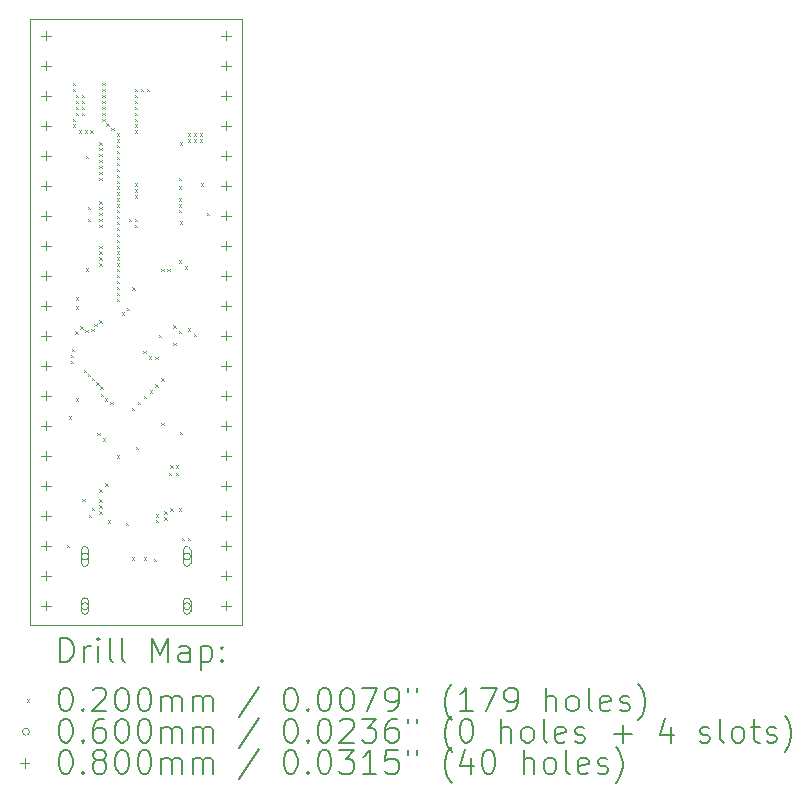
<source format=gbr>
%TF.GenerationSoftware,KiCad,Pcbnew,8.0.6*%
%TF.CreationDate,2024-11-16T14:28:41-06:00*%
%TF.ProjectId,ATesp32,41546573-7033-4322-9e6b-696361645f70,rev?*%
%TF.SameCoordinates,PX47868c0PY608f3d0*%
%TF.FileFunction,Drillmap*%
%TF.FilePolarity,Positive*%
%FSLAX45Y45*%
G04 Gerber Fmt 4.5, Leading zero omitted, Abs format (unit mm)*
G04 Created by KiCad (PCBNEW 8.0.6) date 2024-11-16 14:28:41*
%MOMM*%
%LPD*%
G01*
G04 APERTURE LIST*
%ADD10C,0.050000*%
%ADD11C,0.200000*%
%ADD12C,0.100000*%
G04 APERTURE END LIST*
D10*
X0Y5125000D02*
X1800000Y5125000D01*
X1800000Y0D01*
X0Y0D01*
X0Y5125000D01*
D11*
D12*
X312500Y674948D02*
X332500Y654948D01*
X332500Y674948D02*
X312500Y654948D01*
X330000Y1765000D02*
X350000Y1745000D01*
X350000Y1765000D02*
X330000Y1745000D01*
X346884Y2231884D02*
X366884Y2211884D01*
X366884Y2231884D02*
X346884Y2211884D01*
X350016Y2281786D02*
X370016Y2261786D01*
X370016Y2281786D02*
X350016Y2261786D01*
X358453Y2333453D02*
X378453Y2313453D01*
X378453Y2333453D02*
X358453Y2313453D01*
X365000Y4585000D02*
X385000Y4565000D01*
X385000Y4585000D02*
X365000Y4565000D01*
X365000Y4535000D02*
X385000Y4515000D01*
X385000Y4535000D02*
X365000Y4515000D01*
X365000Y4285000D02*
X385000Y4265000D01*
X385000Y4285000D02*
X365000Y4265000D01*
X365000Y4235000D02*
X385000Y4215000D01*
X385000Y4235000D02*
X365000Y4215000D01*
X385000Y2483683D02*
X405000Y2463683D01*
X405000Y2483683D02*
X385000Y2463683D01*
X390000Y4485000D02*
X410000Y4465000D01*
X410000Y4485000D02*
X390000Y4465000D01*
X390000Y4435000D02*
X410000Y4415000D01*
X410000Y4435000D02*
X390000Y4415000D01*
X390000Y4385000D02*
X410000Y4365000D01*
X410000Y4385000D02*
X390000Y4365000D01*
X390000Y4335000D02*
X410000Y4315000D01*
X410000Y4335000D02*
X390000Y4315000D01*
X390000Y2770000D02*
X410000Y2750000D01*
X410000Y2770000D02*
X390000Y2750000D01*
X390000Y2695000D02*
X410000Y2675000D01*
X410000Y2695000D02*
X390000Y2675000D01*
X390000Y1915000D02*
X410000Y1895000D01*
X410000Y1915000D02*
X390000Y1895000D01*
X415000Y4185000D02*
X435000Y4165000D01*
X435000Y4185000D02*
X415000Y4165000D01*
X427500Y2525000D02*
X447500Y2505000D01*
X447500Y2525000D02*
X427500Y2505000D01*
X440000Y4485000D02*
X460000Y4465000D01*
X460000Y4485000D02*
X440000Y4465000D01*
X440000Y4435000D02*
X460000Y4415000D01*
X460000Y4435000D02*
X440000Y4415000D01*
X440000Y4385000D02*
X460000Y4365000D01*
X460000Y4385000D02*
X440000Y4365000D01*
X440000Y4335000D02*
X460000Y4315000D01*
X460000Y4335000D02*
X440000Y4315000D01*
X445000Y1065000D02*
X465000Y1045000D01*
X465000Y1065000D02*
X445000Y1045000D01*
X457256Y2157849D02*
X477256Y2137849D01*
X477256Y2157849D02*
X457256Y2137849D01*
X465000Y4185000D02*
X485000Y4165000D01*
X485000Y4185000D02*
X465000Y4165000D01*
X470000Y2497997D02*
X490000Y2477997D01*
X490000Y2497997D02*
X470000Y2477997D01*
X477500Y3967500D02*
X497500Y3947500D01*
X497500Y3967500D02*
X477500Y3947500D01*
X477500Y3016250D02*
X497500Y2996250D01*
X497500Y3016250D02*
X477500Y2996250D01*
X490000Y3535000D02*
X510000Y3515000D01*
X510000Y3535000D02*
X490000Y3515000D01*
X490000Y3435000D02*
X510000Y3415000D01*
X510000Y3435000D02*
X490000Y3415000D01*
X492611Y2122493D02*
X512611Y2102493D01*
X512611Y2122493D02*
X492611Y2102493D01*
X500500Y928182D02*
X520500Y908182D01*
X520500Y928182D02*
X500500Y908182D01*
X515000Y4185000D02*
X535000Y4165000D01*
X535000Y4185000D02*
X515000Y4165000D01*
X521446Y2506655D02*
X541446Y2486655D01*
X541446Y2506655D02*
X521446Y2486655D01*
X525000Y990000D02*
X545000Y970000D01*
X545000Y990000D02*
X525000Y970000D01*
X527967Y2087137D02*
X547967Y2067137D01*
X547967Y2087137D02*
X527967Y2067137D01*
X547605Y2549267D02*
X567605Y2529267D01*
X567605Y2549267D02*
X547605Y2529267D01*
X564577Y2053083D02*
X584577Y2033083D01*
X584577Y2053083D02*
X564577Y2033083D01*
X572500Y1625000D02*
X592500Y1605000D01*
X592500Y1625000D02*
X572500Y1605000D01*
X590000Y4085000D02*
X610000Y4065000D01*
X610000Y4085000D02*
X590000Y4065000D01*
X590000Y4035000D02*
X610000Y4015000D01*
X610000Y4035000D02*
X590000Y4015000D01*
X590000Y3985000D02*
X610000Y3965000D01*
X610000Y3985000D02*
X590000Y3965000D01*
X590000Y3935000D02*
X610000Y3915000D01*
X610000Y3935000D02*
X590000Y3915000D01*
X590000Y3885000D02*
X610000Y3865000D01*
X610000Y3885000D02*
X590000Y3865000D01*
X590000Y3835000D02*
X610000Y3815000D01*
X610000Y3835000D02*
X590000Y3815000D01*
X590000Y3785000D02*
X610000Y3765000D01*
X610000Y3785000D02*
X590000Y3765000D01*
X590000Y3585000D02*
X610000Y3565000D01*
X610000Y3585000D02*
X590000Y3565000D01*
X590000Y3535000D02*
X610000Y3515000D01*
X610000Y3535000D02*
X590000Y3515000D01*
X590000Y3485000D02*
X610000Y3465000D01*
X610000Y3485000D02*
X590000Y3465000D01*
X590000Y3435000D02*
X610000Y3415000D01*
X610000Y3435000D02*
X590000Y3415000D01*
X590000Y3385000D02*
X610000Y3365000D01*
X610000Y3385000D02*
X590000Y3365000D01*
X590000Y3210000D02*
X610000Y3190000D01*
X610000Y3210000D02*
X590000Y3190000D01*
X590000Y3160000D02*
X610000Y3140000D01*
X610000Y3160000D02*
X590000Y3140000D01*
X590000Y3110000D02*
X610000Y3090000D01*
X610000Y3110000D02*
X590000Y3090000D01*
X590000Y3060000D02*
X610000Y3040000D01*
X610000Y3060000D02*
X590000Y3040000D01*
X590000Y1145000D02*
X610000Y1125000D01*
X610000Y1145000D02*
X590000Y1125000D01*
X590000Y1060000D02*
X610000Y1040000D01*
X610000Y1060000D02*
X590000Y1040000D01*
X590000Y1010000D02*
X610000Y990000D01*
X610000Y1010000D02*
X590000Y990000D01*
X590000Y960000D02*
X610000Y940000D01*
X610000Y960000D02*
X590000Y940000D01*
X590216Y2575425D02*
X610216Y2555425D01*
X610216Y2575425D02*
X590216Y2555425D01*
X598632Y2016473D02*
X618632Y1996473D01*
X618632Y2016473D02*
X598632Y1996473D01*
X600000Y1955000D02*
X620000Y1935000D01*
X620000Y1955000D02*
X600000Y1935000D01*
X615000Y4585000D02*
X635000Y4565000D01*
X635000Y4585000D02*
X615000Y4565000D01*
X615000Y4535000D02*
X635000Y4515000D01*
X635000Y4535000D02*
X615000Y4515000D01*
X615000Y4485000D02*
X635000Y4465000D01*
X635000Y4485000D02*
X615000Y4465000D01*
X615000Y4435000D02*
X635000Y4415000D01*
X635000Y4435000D02*
X615000Y4415000D01*
X615000Y4385000D02*
X635000Y4365000D01*
X635000Y4385000D02*
X615000Y4365000D01*
X615000Y4335000D02*
X635000Y4315000D01*
X635000Y4335000D02*
X615000Y4315000D01*
X615000Y4285000D02*
X635000Y4265000D01*
X635000Y4285000D02*
X615000Y4265000D01*
X617500Y1578183D02*
X637500Y1558183D01*
X637500Y1578183D02*
X617500Y1558183D01*
X635653Y1916991D02*
X655653Y1896991D01*
X655653Y1916991D02*
X635653Y1896991D01*
X640000Y1195000D02*
X660000Y1175000D01*
X660000Y1195000D02*
X640000Y1175000D01*
X650000Y4245000D02*
X670000Y4225000D01*
X670000Y4245000D02*
X650000Y4225000D01*
X664000Y884000D02*
X684000Y864000D01*
X684000Y884000D02*
X664000Y864000D01*
X681696Y1884051D02*
X701696Y1864051D01*
X701696Y1884051D02*
X681696Y1864051D01*
X690000Y4205000D02*
X710000Y4185000D01*
X710000Y4205000D02*
X690000Y4185000D01*
X740000Y4160000D02*
X760000Y4140000D01*
X760000Y4160000D02*
X740000Y4140000D01*
X740000Y4110000D02*
X760000Y4090000D01*
X760000Y4110000D02*
X740000Y4090000D01*
X740000Y4060000D02*
X760000Y4040000D01*
X760000Y4060000D02*
X740000Y4040000D01*
X740000Y4010000D02*
X760000Y3990000D01*
X760000Y4010000D02*
X740000Y3990000D01*
X740000Y3960000D02*
X760000Y3940000D01*
X760000Y3960000D02*
X740000Y3940000D01*
X740000Y3910000D02*
X760000Y3890000D01*
X760000Y3910000D02*
X740000Y3890000D01*
X740000Y3860000D02*
X760000Y3840000D01*
X760000Y3860000D02*
X740000Y3840000D01*
X740000Y3810000D02*
X760000Y3790000D01*
X760000Y3810000D02*
X740000Y3790000D01*
X740000Y3760000D02*
X760000Y3740000D01*
X760000Y3760000D02*
X740000Y3740000D01*
X740000Y3710000D02*
X760000Y3690000D01*
X760000Y3710000D02*
X740000Y3690000D01*
X740000Y3660000D02*
X760000Y3640000D01*
X760000Y3660000D02*
X740000Y3640000D01*
X740000Y3610000D02*
X760000Y3590000D01*
X760000Y3610000D02*
X740000Y3590000D01*
X740000Y3560000D02*
X760000Y3540000D01*
X760000Y3560000D02*
X740000Y3540000D01*
X740000Y3510000D02*
X760000Y3490000D01*
X760000Y3510000D02*
X740000Y3490000D01*
X740000Y3460000D02*
X760000Y3440000D01*
X760000Y3460000D02*
X740000Y3440000D01*
X740000Y3410000D02*
X760000Y3390000D01*
X760000Y3410000D02*
X740000Y3390000D01*
X740000Y3360000D02*
X760000Y3340000D01*
X760000Y3360000D02*
X740000Y3340000D01*
X740000Y3310000D02*
X760000Y3290000D01*
X760000Y3310000D02*
X740000Y3290000D01*
X740000Y3260000D02*
X760000Y3240000D01*
X760000Y3260000D02*
X740000Y3240000D01*
X740000Y3210000D02*
X760000Y3190000D01*
X760000Y3210000D02*
X740000Y3190000D01*
X740000Y3160000D02*
X760000Y3140000D01*
X760000Y3160000D02*
X740000Y3140000D01*
X740000Y3110000D02*
X760000Y3090000D01*
X760000Y3110000D02*
X740000Y3090000D01*
X740000Y3060000D02*
X760000Y3040000D01*
X760000Y3060000D02*
X740000Y3040000D01*
X740000Y3010000D02*
X760000Y2990000D01*
X760000Y3010000D02*
X740000Y2990000D01*
X740000Y2960000D02*
X760000Y2940000D01*
X760000Y2960000D02*
X740000Y2940000D01*
X740000Y2910000D02*
X760000Y2890000D01*
X760000Y2910000D02*
X740000Y2890000D01*
X740000Y2860000D02*
X760000Y2840000D01*
X760000Y2860000D02*
X740000Y2840000D01*
X740000Y2810000D02*
X760000Y2790000D01*
X760000Y2810000D02*
X740000Y2790000D01*
X740000Y2760000D02*
X760000Y2740000D01*
X760000Y2760000D02*
X740000Y2740000D01*
X740000Y1435000D02*
X760000Y1415000D01*
X760000Y1435000D02*
X740000Y1415000D01*
X780000Y2645000D02*
X800000Y2625000D01*
X800000Y2645000D02*
X780000Y2625000D01*
X815970Y860819D02*
X835970Y840819D01*
X835970Y860819D02*
X815970Y840819D01*
X820000Y2685000D02*
X840000Y2665000D01*
X840000Y2685000D02*
X820000Y2665000D01*
X840000Y3435000D02*
X860000Y3415000D01*
X860000Y3435000D02*
X840000Y3415000D01*
X865000Y1835000D02*
X885000Y1815000D01*
X885000Y1835000D02*
X865000Y1815000D01*
X865000Y570000D02*
X885000Y550000D01*
X885000Y570000D02*
X865000Y550000D01*
X869896Y2855104D02*
X889896Y2835104D01*
X889896Y2855104D02*
X869896Y2835104D01*
X890000Y4535000D02*
X910000Y4515000D01*
X910000Y4535000D02*
X890000Y4515000D01*
X890000Y4485000D02*
X910000Y4465000D01*
X910000Y4485000D02*
X890000Y4465000D01*
X890000Y4435000D02*
X910000Y4415000D01*
X910000Y4435000D02*
X890000Y4415000D01*
X890000Y4385000D02*
X910000Y4365000D01*
X910000Y4385000D02*
X890000Y4365000D01*
X890000Y4335000D02*
X910000Y4315000D01*
X910000Y4335000D02*
X890000Y4315000D01*
X890000Y4285000D02*
X910000Y4265000D01*
X910000Y4285000D02*
X890000Y4265000D01*
X890000Y4235000D02*
X910000Y4215000D01*
X910000Y4235000D02*
X890000Y4215000D01*
X890000Y4185000D02*
X910000Y4165000D01*
X910000Y4185000D02*
X890000Y4165000D01*
X890000Y3735000D02*
X910000Y3715000D01*
X910000Y3735000D02*
X890000Y3715000D01*
X890000Y3685000D02*
X910000Y3665000D01*
X910000Y3685000D02*
X890000Y3665000D01*
X890000Y3635000D02*
X910000Y3615000D01*
X910000Y3635000D02*
X890000Y3615000D01*
X890000Y3435000D02*
X910000Y3415000D01*
X910000Y3435000D02*
X890000Y3415000D01*
X890000Y3385000D02*
X910000Y3365000D01*
X910000Y3385000D02*
X890000Y3365000D01*
X900000Y1505000D02*
X920000Y1485000D01*
X920000Y1505000D02*
X900000Y1485000D01*
X915000Y1885000D02*
X935000Y1865000D01*
X935000Y1885000D02*
X915000Y1865000D01*
X940000Y4535000D02*
X960000Y4515000D01*
X960000Y4535000D02*
X940000Y4515000D01*
X962996Y2320733D02*
X982996Y2300733D01*
X982996Y2320733D02*
X962996Y2300733D01*
X965000Y1935000D02*
X985000Y1915000D01*
X985000Y1935000D02*
X965000Y1915000D01*
X965000Y570000D02*
X985000Y550000D01*
X985000Y570000D02*
X965000Y550000D01*
X990000Y4535000D02*
X1010000Y4515000D01*
X1010000Y4535000D02*
X990000Y4515000D01*
X1009778Y2272577D02*
X1029778Y2252577D01*
X1029778Y2272577D02*
X1009778Y2252577D01*
X1015000Y1985000D02*
X1035000Y1965000D01*
X1035000Y1985000D02*
X1015000Y1965000D01*
X1051864Y557670D02*
X1071864Y537670D01*
X1071864Y557670D02*
X1051864Y537670D01*
X1065000Y2270000D02*
X1085000Y2250000D01*
X1085000Y2270000D02*
X1065000Y2250000D01*
X1065000Y2035000D02*
X1085000Y2015000D01*
X1085000Y2035000D02*
X1065000Y2015000D01*
X1070000Y935000D02*
X1090000Y915000D01*
X1090000Y935000D02*
X1070000Y915000D01*
X1070000Y885000D02*
X1090000Y865000D01*
X1090000Y885000D02*
X1070000Y865000D01*
X1093632Y2451369D02*
X1113632Y2431369D01*
X1113632Y2451369D02*
X1093632Y2431369D01*
X1115000Y3010000D02*
X1135000Y2990000D01*
X1135000Y3010000D02*
X1115000Y2990000D01*
X1115000Y2085000D02*
X1135000Y2065000D01*
X1135000Y2085000D02*
X1115000Y2065000D01*
X1115000Y1710000D02*
X1135000Y1690000D01*
X1135000Y1710000D02*
X1115000Y1690000D01*
X1140000Y960000D02*
X1160000Y940000D01*
X1160000Y960000D02*
X1140000Y940000D01*
X1140000Y910000D02*
X1160000Y890000D01*
X1160000Y910000D02*
X1140000Y890000D01*
X1165000Y3010000D02*
X1185000Y2990000D01*
X1185000Y3010000D02*
X1165000Y2990000D01*
X1180000Y1285000D02*
X1200000Y1265000D01*
X1200000Y1285000D02*
X1180000Y1265000D01*
X1190000Y1350000D02*
X1210000Y1330000D01*
X1210000Y1350000D02*
X1190000Y1330000D01*
X1190000Y985000D02*
X1210000Y965000D01*
X1210000Y985000D02*
X1190000Y965000D01*
X1215000Y2535000D02*
X1235000Y2515000D01*
X1235000Y2535000D02*
X1215000Y2515000D01*
X1217552Y2387552D02*
X1237552Y2367552D01*
X1237552Y2387552D02*
X1217552Y2367552D01*
X1240000Y1350000D02*
X1260000Y1330000D01*
X1260000Y1350000D02*
X1240000Y1330000D01*
X1240000Y1285000D02*
X1260000Y1265000D01*
X1260000Y1285000D02*
X1240000Y1265000D01*
X1265000Y3785000D02*
X1285000Y3765000D01*
X1285000Y3785000D02*
X1265000Y3765000D01*
X1265000Y3710000D02*
X1285000Y3690000D01*
X1285000Y3710000D02*
X1265000Y3690000D01*
X1265000Y3610000D02*
X1285000Y3590000D01*
X1285000Y3610000D02*
X1265000Y3590000D01*
X1265000Y3560000D02*
X1285000Y3540000D01*
X1285000Y3560000D02*
X1265000Y3540000D01*
X1265000Y3510000D02*
X1285000Y3490000D01*
X1285000Y3510000D02*
X1265000Y3490000D01*
X1265000Y3085000D02*
X1285000Y3065000D01*
X1285000Y3085000D02*
X1265000Y3065000D01*
X1265000Y2485000D02*
X1285000Y2465000D01*
X1285000Y2485000D02*
X1265000Y2465000D01*
X1265000Y985000D02*
X1285000Y965000D01*
X1285000Y985000D02*
X1265000Y965000D01*
X1270000Y4085000D02*
X1290000Y4065000D01*
X1290000Y4085000D02*
X1270000Y4065000D01*
X1270000Y3415000D02*
X1290000Y3395000D01*
X1290000Y3415000D02*
X1270000Y3395000D01*
X1270000Y1635000D02*
X1290000Y1615000D01*
X1290000Y1635000D02*
X1270000Y1615000D01*
X1290000Y735000D02*
X1310000Y715000D01*
X1310000Y735000D02*
X1290000Y715000D01*
X1315000Y3035000D02*
X1335000Y3015000D01*
X1335000Y3035000D02*
X1315000Y3015000D01*
X1340000Y4160000D02*
X1360000Y4140000D01*
X1360000Y4160000D02*
X1340000Y4140000D01*
X1340000Y4110000D02*
X1360000Y4090000D01*
X1360000Y4110000D02*
X1340000Y4090000D01*
X1340000Y2510000D02*
X1360000Y2490000D01*
X1360000Y2510000D02*
X1340000Y2490000D01*
X1340000Y735000D02*
X1360000Y715000D01*
X1360000Y735000D02*
X1340000Y715000D01*
X1390000Y4160000D02*
X1410000Y4140000D01*
X1410000Y4160000D02*
X1390000Y4140000D01*
X1390000Y4110000D02*
X1410000Y4090000D01*
X1410000Y4110000D02*
X1390000Y4090000D01*
X1390000Y2460000D02*
X1410000Y2440000D01*
X1410000Y2460000D02*
X1390000Y2440000D01*
X1440000Y4160000D02*
X1460000Y4140000D01*
X1460000Y4160000D02*
X1440000Y4140000D01*
X1440000Y4110000D02*
X1460000Y4090000D01*
X1460000Y4110000D02*
X1440000Y4090000D01*
X1450000Y3735000D02*
X1470000Y3715000D01*
X1470000Y3735000D02*
X1450000Y3715000D01*
X1500000Y3485000D02*
X1520000Y3465000D01*
X1520000Y3485000D02*
X1500000Y3465000D01*
X498000Y577000D02*
G75*
G02*
X438000Y577000I-30000J0D01*
G01*
X438000Y577000D02*
G75*
G02*
X498000Y577000I30000J0D01*
G01*
X438000Y632000D02*
X438000Y522000D01*
X498000Y522000D02*
G75*
G02*
X438000Y522000I-30000J0D01*
G01*
X498000Y522000D02*
X498000Y632000D01*
X498000Y632000D02*
G75*
G03*
X438000Y632000I-30000J0D01*
G01*
X498000Y157000D02*
G75*
G02*
X438000Y157000I-30000J0D01*
G01*
X438000Y157000D02*
G75*
G02*
X498000Y157000I30000J0D01*
G01*
X438000Y197000D02*
X438000Y117000D01*
X498000Y117000D02*
G75*
G02*
X438000Y117000I-30000J0D01*
G01*
X498000Y117000D02*
X498000Y197000D01*
X498000Y197000D02*
G75*
G03*
X438000Y197000I-30000J0D01*
G01*
X1362000Y577000D02*
G75*
G02*
X1302000Y577000I-30000J0D01*
G01*
X1302000Y577000D02*
G75*
G02*
X1362000Y577000I30000J0D01*
G01*
X1302000Y632000D02*
X1302000Y522000D01*
X1362000Y522000D02*
G75*
G02*
X1302000Y522000I-30000J0D01*
G01*
X1362000Y522000D02*
X1362000Y632000D01*
X1362000Y632000D02*
G75*
G03*
X1302000Y632000I-30000J0D01*
G01*
X1362000Y157000D02*
G75*
G02*
X1302000Y157000I-30000J0D01*
G01*
X1302000Y157000D02*
G75*
G02*
X1362000Y157000I30000J0D01*
G01*
X1302000Y197000D02*
X1302000Y117000D01*
X1362000Y117000D02*
G75*
G02*
X1302000Y117000I-30000J0D01*
G01*
X1362000Y117000D02*
X1362000Y197000D01*
X1362000Y197000D02*
G75*
G03*
X1302000Y197000I-30000J0D01*
G01*
X138000Y5028000D02*
X138000Y4948000D01*
X98000Y4988000D02*
X178000Y4988000D01*
X138000Y4774000D02*
X138000Y4694000D01*
X98000Y4734000D02*
X178000Y4734000D01*
X138000Y4520000D02*
X138000Y4440000D01*
X98000Y4480000D02*
X178000Y4480000D01*
X138000Y4266000D02*
X138000Y4186000D01*
X98000Y4226000D02*
X178000Y4226000D01*
X138000Y4012000D02*
X138000Y3932000D01*
X98000Y3972000D02*
X178000Y3972000D01*
X138000Y3758000D02*
X138000Y3678000D01*
X98000Y3718000D02*
X178000Y3718000D01*
X138000Y3504000D02*
X138000Y3424000D01*
X98000Y3464000D02*
X178000Y3464000D01*
X138000Y3250000D02*
X138000Y3170000D01*
X98000Y3210000D02*
X178000Y3210000D01*
X138000Y2996000D02*
X138000Y2916000D01*
X98000Y2956000D02*
X178000Y2956000D01*
X138000Y2742000D02*
X138000Y2662000D01*
X98000Y2702000D02*
X178000Y2702000D01*
X138000Y2488000D02*
X138000Y2408000D01*
X98000Y2448000D02*
X178000Y2448000D01*
X138000Y2234000D02*
X138000Y2154000D01*
X98000Y2194000D02*
X178000Y2194000D01*
X138000Y1980000D02*
X138000Y1900000D01*
X98000Y1940000D02*
X178000Y1940000D01*
X138000Y1726000D02*
X138000Y1646000D01*
X98000Y1686000D02*
X178000Y1686000D01*
X138000Y1472000D02*
X138000Y1392000D01*
X98000Y1432000D02*
X178000Y1432000D01*
X138000Y1218000D02*
X138000Y1138000D01*
X98000Y1178000D02*
X178000Y1178000D01*
X138000Y964000D02*
X138000Y884000D01*
X98000Y924000D02*
X178000Y924000D01*
X138000Y710000D02*
X138000Y630000D01*
X98000Y670000D02*
X178000Y670000D01*
X138000Y456000D02*
X138000Y376000D01*
X98000Y416000D02*
X178000Y416000D01*
X138000Y202000D02*
X138000Y122000D01*
X98000Y162000D02*
X178000Y162000D01*
X1662000Y5028000D02*
X1662000Y4948000D01*
X1622000Y4988000D02*
X1702000Y4988000D01*
X1662000Y4774000D02*
X1662000Y4694000D01*
X1622000Y4734000D02*
X1702000Y4734000D01*
X1662000Y4520000D02*
X1662000Y4440000D01*
X1622000Y4480000D02*
X1702000Y4480000D01*
X1662000Y4266000D02*
X1662000Y4186000D01*
X1622000Y4226000D02*
X1702000Y4226000D01*
X1662000Y4012000D02*
X1662000Y3932000D01*
X1622000Y3972000D02*
X1702000Y3972000D01*
X1662000Y3758000D02*
X1662000Y3678000D01*
X1622000Y3718000D02*
X1702000Y3718000D01*
X1662000Y3504000D02*
X1662000Y3424000D01*
X1622000Y3464000D02*
X1702000Y3464000D01*
X1662000Y3250000D02*
X1662000Y3170000D01*
X1622000Y3210000D02*
X1702000Y3210000D01*
X1662000Y2996000D02*
X1662000Y2916000D01*
X1622000Y2956000D02*
X1702000Y2956000D01*
X1662000Y2742000D02*
X1662000Y2662000D01*
X1622000Y2702000D02*
X1702000Y2702000D01*
X1662000Y2488000D02*
X1662000Y2408000D01*
X1622000Y2448000D02*
X1702000Y2448000D01*
X1662000Y2234000D02*
X1662000Y2154000D01*
X1622000Y2194000D02*
X1702000Y2194000D01*
X1662000Y1980000D02*
X1662000Y1900000D01*
X1622000Y1940000D02*
X1702000Y1940000D01*
X1662000Y1726000D02*
X1662000Y1646000D01*
X1622000Y1686000D02*
X1702000Y1686000D01*
X1662000Y1472000D02*
X1662000Y1392000D01*
X1622000Y1432000D02*
X1702000Y1432000D01*
X1662000Y1218000D02*
X1662000Y1138000D01*
X1622000Y1178000D02*
X1702000Y1178000D01*
X1662000Y964000D02*
X1662000Y884000D01*
X1622000Y924000D02*
X1702000Y924000D01*
X1662000Y710000D02*
X1662000Y630000D01*
X1622000Y670000D02*
X1702000Y670000D01*
X1662000Y456000D02*
X1662000Y376000D01*
X1622000Y416000D02*
X1702000Y416000D01*
X1662000Y202000D02*
X1662000Y122000D01*
X1622000Y162000D02*
X1702000Y162000D01*
D11*
X258277Y-313984D02*
X258277Y-113984D01*
X258277Y-113984D02*
X305896Y-113984D01*
X305896Y-113984D02*
X334467Y-123508D01*
X334467Y-123508D02*
X353515Y-142555D01*
X353515Y-142555D02*
X363039Y-161603D01*
X363039Y-161603D02*
X372562Y-199698D01*
X372562Y-199698D02*
X372562Y-228269D01*
X372562Y-228269D02*
X363039Y-266365D01*
X363039Y-266365D02*
X353515Y-285412D01*
X353515Y-285412D02*
X334467Y-304460D01*
X334467Y-304460D02*
X305896Y-313984D01*
X305896Y-313984D02*
X258277Y-313984D01*
X458277Y-313984D02*
X458277Y-180650D01*
X458277Y-218746D02*
X467801Y-199698D01*
X467801Y-199698D02*
X477324Y-190174D01*
X477324Y-190174D02*
X496372Y-180650D01*
X496372Y-180650D02*
X515420Y-180650D01*
X582086Y-313984D02*
X582086Y-180650D01*
X582086Y-113984D02*
X572563Y-123508D01*
X572563Y-123508D02*
X582086Y-133031D01*
X582086Y-133031D02*
X591610Y-123508D01*
X591610Y-123508D02*
X582086Y-113984D01*
X582086Y-113984D02*
X582086Y-133031D01*
X705896Y-313984D02*
X686848Y-304460D01*
X686848Y-304460D02*
X677324Y-285412D01*
X677324Y-285412D02*
X677324Y-113984D01*
X810658Y-313984D02*
X791610Y-304460D01*
X791610Y-304460D02*
X782086Y-285412D01*
X782086Y-285412D02*
X782086Y-113984D01*
X1039229Y-313984D02*
X1039229Y-113984D01*
X1039229Y-113984D02*
X1105896Y-256841D01*
X1105896Y-256841D02*
X1172563Y-113984D01*
X1172563Y-113984D02*
X1172563Y-313984D01*
X1353515Y-313984D02*
X1353515Y-209222D01*
X1353515Y-209222D02*
X1343991Y-190174D01*
X1343991Y-190174D02*
X1324944Y-180650D01*
X1324944Y-180650D02*
X1286848Y-180650D01*
X1286848Y-180650D02*
X1267801Y-190174D01*
X1353515Y-304460D02*
X1334467Y-313984D01*
X1334467Y-313984D02*
X1286848Y-313984D01*
X1286848Y-313984D02*
X1267801Y-304460D01*
X1267801Y-304460D02*
X1258277Y-285412D01*
X1258277Y-285412D02*
X1258277Y-266365D01*
X1258277Y-266365D02*
X1267801Y-247317D01*
X1267801Y-247317D02*
X1286848Y-237793D01*
X1286848Y-237793D02*
X1334467Y-237793D01*
X1334467Y-237793D02*
X1353515Y-228269D01*
X1448753Y-180650D02*
X1448753Y-380650D01*
X1448753Y-190174D02*
X1467801Y-180650D01*
X1467801Y-180650D02*
X1505896Y-180650D01*
X1505896Y-180650D02*
X1524943Y-190174D01*
X1524943Y-190174D02*
X1534467Y-199698D01*
X1534467Y-199698D02*
X1543991Y-218746D01*
X1543991Y-218746D02*
X1543991Y-275889D01*
X1543991Y-275889D02*
X1534467Y-294936D01*
X1534467Y-294936D02*
X1524943Y-304460D01*
X1524943Y-304460D02*
X1505896Y-313984D01*
X1505896Y-313984D02*
X1467801Y-313984D01*
X1467801Y-313984D02*
X1448753Y-304460D01*
X1629705Y-294936D02*
X1639229Y-304460D01*
X1639229Y-304460D02*
X1629705Y-313984D01*
X1629705Y-313984D02*
X1620182Y-304460D01*
X1620182Y-304460D02*
X1629705Y-294936D01*
X1629705Y-294936D02*
X1629705Y-313984D01*
X1629705Y-190174D02*
X1639229Y-199698D01*
X1639229Y-199698D02*
X1629705Y-209222D01*
X1629705Y-209222D02*
X1620182Y-199698D01*
X1620182Y-199698D02*
X1629705Y-190174D01*
X1629705Y-190174D02*
X1629705Y-209222D01*
D12*
X-22500Y-632500D02*
X-2500Y-652500D01*
X-2500Y-632500D02*
X-22500Y-652500D01*
D11*
X296372Y-533984D02*
X315420Y-533984D01*
X315420Y-533984D02*
X334467Y-543508D01*
X334467Y-543508D02*
X343991Y-553031D01*
X343991Y-553031D02*
X353515Y-572079D01*
X353515Y-572079D02*
X363039Y-610174D01*
X363039Y-610174D02*
X363039Y-657793D01*
X363039Y-657793D02*
X353515Y-695889D01*
X353515Y-695889D02*
X343991Y-714936D01*
X343991Y-714936D02*
X334467Y-724460D01*
X334467Y-724460D02*
X315420Y-733984D01*
X315420Y-733984D02*
X296372Y-733984D01*
X296372Y-733984D02*
X277324Y-724460D01*
X277324Y-724460D02*
X267801Y-714936D01*
X267801Y-714936D02*
X258277Y-695889D01*
X258277Y-695889D02*
X248753Y-657793D01*
X248753Y-657793D02*
X248753Y-610174D01*
X248753Y-610174D02*
X258277Y-572079D01*
X258277Y-572079D02*
X267801Y-553031D01*
X267801Y-553031D02*
X277324Y-543508D01*
X277324Y-543508D02*
X296372Y-533984D01*
X448753Y-714936D02*
X458277Y-724460D01*
X458277Y-724460D02*
X448753Y-733984D01*
X448753Y-733984D02*
X439229Y-724460D01*
X439229Y-724460D02*
X448753Y-714936D01*
X448753Y-714936D02*
X448753Y-733984D01*
X534467Y-553031D02*
X543991Y-543508D01*
X543991Y-543508D02*
X563039Y-533984D01*
X563039Y-533984D02*
X610658Y-533984D01*
X610658Y-533984D02*
X629705Y-543508D01*
X629705Y-543508D02*
X639229Y-553031D01*
X639229Y-553031D02*
X648753Y-572079D01*
X648753Y-572079D02*
X648753Y-591127D01*
X648753Y-591127D02*
X639229Y-619698D01*
X639229Y-619698D02*
X524944Y-733984D01*
X524944Y-733984D02*
X648753Y-733984D01*
X772562Y-533984D02*
X791610Y-533984D01*
X791610Y-533984D02*
X810658Y-543508D01*
X810658Y-543508D02*
X820182Y-553031D01*
X820182Y-553031D02*
X829705Y-572079D01*
X829705Y-572079D02*
X839229Y-610174D01*
X839229Y-610174D02*
X839229Y-657793D01*
X839229Y-657793D02*
X829705Y-695889D01*
X829705Y-695889D02*
X820182Y-714936D01*
X820182Y-714936D02*
X810658Y-724460D01*
X810658Y-724460D02*
X791610Y-733984D01*
X791610Y-733984D02*
X772562Y-733984D01*
X772562Y-733984D02*
X753515Y-724460D01*
X753515Y-724460D02*
X743991Y-714936D01*
X743991Y-714936D02*
X734467Y-695889D01*
X734467Y-695889D02*
X724943Y-657793D01*
X724943Y-657793D02*
X724943Y-610174D01*
X724943Y-610174D02*
X734467Y-572079D01*
X734467Y-572079D02*
X743991Y-553031D01*
X743991Y-553031D02*
X753515Y-543508D01*
X753515Y-543508D02*
X772562Y-533984D01*
X963039Y-533984D02*
X982086Y-533984D01*
X982086Y-533984D02*
X1001134Y-543508D01*
X1001134Y-543508D02*
X1010658Y-553031D01*
X1010658Y-553031D02*
X1020182Y-572079D01*
X1020182Y-572079D02*
X1029705Y-610174D01*
X1029705Y-610174D02*
X1029705Y-657793D01*
X1029705Y-657793D02*
X1020182Y-695889D01*
X1020182Y-695889D02*
X1010658Y-714936D01*
X1010658Y-714936D02*
X1001134Y-724460D01*
X1001134Y-724460D02*
X982086Y-733984D01*
X982086Y-733984D02*
X963039Y-733984D01*
X963039Y-733984D02*
X943991Y-724460D01*
X943991Y-724460D02*
X934467Y-714936D01*
X934467Y-714936D02*
X924943Y-695889D01*
X924943Y-695889D02*
X915420Y-657793D01*
X915420Y-657793D02*
X915420Y-610174D01*
X915420Y-610174D02*
X924943Y-572079D01*
X924943Y-572079D02*
X934467Y-553031D01*
X934467Y-553031D02*
X943991Y-543508D01*
X943991Y-543508D02*
X963039Y-533984D01*
X1115420Y-733984D02*
X1115420Y-600650D01*
X1115420Y-619698D02*
X1124944Y-610174D01*
X1124944Y-610174D02*
X1143991Y-600650D01*
X1143991Y-600650D02*
X1172563Y-600650D01*
X1172563Y-600650D02*
X1191610Y-610174D01*
X1191610Y-610174D02*
X1201134Y-629222D01*
X1201134Y-629222D02*
X1201134Y-733984D01*
X1201134Y-629222D02*
X1210658Y-610174D01*
X1210658Y-610174D02*
X1229705Y-600650D01*
X1229705Y-600650D02*
X1258277Y-600650D01*
X1258277Y-600650D02*
X1277325Y-610174D01*
X1277325Y-610174D02*
X1286848Y-629222D01*
X1286848Y-629222D02*
X1286848Y-733984D01*
X1382086Y-733984D02*
X1382086Y-600650D01*
X1382086Y-619698D02*
X1391610Y-610174D01*
X1391610Y-610174D02*
X1410658Y-600650D01*
X1410658Y-600650D02*
X1439229Y-600650D01*
X1439229Y-600650D02*
X1458277Y-610174D01*
X1458277Y-610174D02*
X1467801Y-629222D01*
X1467801Y-629222D02*
X1467801Y-733984D01*
X1467801Y-629222D02*
X1477324Y-610174D01*
X1477324Y-610174D02*
X1496372Y-600650D01*
X1496372Y-600650D02*
X1524943Y-600650D01*
X1524943Y-600650D02*
X1543991Y-610174D01*
X1543991Y-610174D02*
X1553515Y-629222D01*
X1553515Y-629222D02*
X1553515Y-733984D01*
X1943991Y-524460D02*
X1772563Y-781603D01*
X2201134Y-533984D02*
X2220182Y-533984D01*
X2220182Y-533984D02*
X2239229Y-543508D01*
X2239229Y-543508D02*
X2248753Y-553031D01*
X2248753Y-553031D02*
X2258277Y-572079D01*
X2258277Y-572079D02*
X2267801Y-610174D01*
X2267801Y-610174D02*
X2267801Y-657793D01*
X2267801Y-657793D02*
X2258277Y-695889D01*
X2258277Y-695889D02*
X2248753Y-714936D01*
X2248753Y-714936D02*
X2239229Y-724460D01*
X2239229Y-724460D02*
X2220182Y-733984D01*
X2220182Y-733984D02*
X2201134Y-733984D01*
X2201134Y-733984D02*
X2182087Y-724460D01*
X2182087Y-724460D02*
X2172563Y-714936D01*
X2172563Y-714936D02*
X2163039Y-695889D01*
X2163039Y-695889D02*
X2153515Y-657793D01*
X2153515Y-657793D02*
X2153515Y-610174D01*
X2153515Y-610174D02*
X2163039Y-572079D01*
X2163039Y-572079D02*
X2172563Y-553031D01*
X2172563Y-553031D02*
X2182087Y-543508D01*
X2182087Y-543508D02*
X2201134Y-533984D01*
X2353515Y-714936D02*
X2363039Y-724460D01*
X2363039Y-724460D02*
X2353515Y-733984D01*
X2353515Y-733984D02*
X2343991Y-724460D01*
X2343991Y-724460D02*
X2353515Y-714936D01*
X2353515Y-714936D02*
X2353515Y-733984D01*
X2486848Y-533984D02*
X2505896Y-533984D01*
X2505896Y-533984D02*
X2524944Y-543508D01*
X2524944Y-543508D02*
X2534468Y-553031D01*
X2534468Y-553031D02*
X2543991Y-572079D01*
X2543991Y-572079D02*
X2553515Y-610174D01*
X2553515Y-610174D02*
X2553515Y-657793D01*
X2553515Y-657793D02*
X2543991Y-695889D01*
X2543991Y-695889D02*
X2534468Y-714936D01*
X2534468Y-714936D02*
X2524944Y-724460D01*
X2524944Y-724460D02*
X2505896Y-733984D01*
X2505896Y-733984D02*
X2486848Y-733984D01*
X2486848Y-733984D02*
X2467801Y-724460D01*
X2467801Y-724460D02*
X2458277Y-714936D01*
X2458277Y-714936D02*
X2448753Y-695889D01*
X2448753Y-695889D02*
X2439229Y-657793D01*
X2439229Y-657793D02*
X2439229Y-610174D01*
X2439229Y-610174D02*
X2448753Y-572079D01*
X2448753Y-572079D02*
X2458277Y-553031D01*
X2458277Y-553031D02*
X2467801Y-543508D01*
X2467801Y-543508D02*
X2486848Y-533984D01*
X2677325Y-533984D02*
X2696372Y-533984D01*
X2696372Y-533984D02*
X2715420Y-543508D01*
X2715420Y-543508D02*
X2724944Y-553031D01*
X2724944Y-553031D02*
X2734468Y-572079D01*
X2734468Y-572079D02*
X2743991Y-610174D01*
X2743991Y-610174D02*
X2743991Y-657793D01*
X2743991Y-657793D02*
X2734468Y-695889D01*
X2734468Y-695889D02*
X2724944Y-714936D01*
X2724944Y-714936D02*
X2715420Y-724460D01*
X2715420Y-724460D02*
X2696372Y-733984D01*
X2696372Y-733984D02*
X2677325Y-733984D01*
X2677325Y-733984D02*
X2658277Y-724460D01*
X2658277Y-724460D02*
X2648753Y-714936D01*
X2648753Y-714936D02*
X2639229Y-695889D01*
X2639229Y-695889D02*
X2629706Y-657793D01*
X2629706Y-657793D02*
X2629706Y-610174D01*
X2629706Y-610174D02*
X2639229Y-572079D01*
X2639229Y-572079D02*
X2648753Y-553031D01*
X2648753Y-553031D02*
X2658277Y-543508D01*
X2658277Y-543508D02*
X2677325Y-533984D01*
X2810658Y-533984D02*
X2943991Y-533984D01*
X2943991Y-533984D02*
X2858277Y-733984D01*
X3029706Y-733984D02*
X3067801Y-733984D01*
X3067801Y-733984D02*
X3086848Y-724460D01*
X3086848Y-724460D02*
X3096372Y-714936D01*
X3096372Y-714936D02*
X3115420Y-686365D01*
X3115420Y-686365D02*
X3124944Y-648270D01*
X3124944Y-648270D02*
X3124944Y-572079D01*
X3124944Y-572079D02*
X3115420Y-553031D01*
X3115420Y-553031D02*
X3105896Y-543508D01*
X3105896Y-543508D02*
X3086848Y-533984D01*
X3086848Y-533984D02*
X3048753Y-533984D01*
X3048753Y-533984D02*
X3029706Y-543508D01*
X3029706Y-543508D02*
X3020182Y-553031D01*
X3020182Y-553031D02*
X3010658Y-572079D01*
X3010658Y-572079D02*
X3010658Y-619698D01*
X3010658Y-619698D02*
X3020182Y-638746D01*
X3020182Y-638746D02*
X3029706Y-648270D01*
X3029706Y-648270D02*
X3048753Y-657793D01*
X3048753Y-657793D02*
X3086848Y-657793D01*
X3086848Y-657793D02*
X3105896Y-648270D01*
X3105896Y-648270D02*
X3115420Y-638746D01*
X3115420Y-638746D02*
X3124944Y-619698D01*
X3201134Y-533984D02*
X3201134Y-572079D01*
X3277325Y-533984D02*
X3277325Y-572079D01*
X3572563Y-810174D02*
X3563039Y-800650D01*
X3563039Y-800650D02*
X3543991Y-772079D01*
X3543991Y-772079D02*
X3534468Y-753031D01*
X3534468Y-753031D02*
X3524944Y-724460D01*
X3524944Y-724460D02*
X3515420Y-676841D01*
X3515420Y-676841D02*
X3515420Y-638746D01*
X3515420Y-638746D02*
X3524944Y-591127D01*
X3524944Y-591127D02*
X3534468Y-562555D01*
X3534468Y-562555D02*
X3543991Y-543508D01*
X3543991Y-543508D02*
X3563039Y-514936D01*
X3563039Y-514936D02*
X3572563Y-505412D01*
X3753515Y-733984D02*
X3639229Y-733984D01*
X3696372Y-733984D02*
X3696372Y-533984D01*
X3696372Y-533984D02*
X3677325Y-562555D01*
X3677325Y-562555D02*
X3658277Y-581603D01*
X3658277Y-581603D02*
X3639229Y-591127D01*
X3820182Y-533984D02*
X3953515Y-533984D01*
X3953515Y-533984D02*
X3867801Y-733984D01*
X4039229Y-733984D02*
X4077325Y-733984D01*
X4077325Y-733984D02*
X4096372Y-724460D01*
X4096372Y-724460D02*
X4105896Y-714936D01*
X4105896Y-714936D02*
X4124944Y-686365D01*
X4124944Y-686365D02*
X4134468Y-648270D01*
X4134468Y-648270D02*
X4134468Y-572079D01*
X4134468Y-572079D02*
X4124944Y-553031D01*
X4124944Y-553031D02*
X4115420Y-543508D01*
X4115420Y-543508D02*
X4096372Y-533984D01*
X4096372Y-533984D02*
X4058277Y-533984D01*
X4058277Y-533984D02*
X4039229Y-543508D01*
X4039229Y-543508D02*
X4029706Y-553031D01*
X4029706Y-553031D02*
X4020182Y-572079D01*
X4020182Y-572079D02*
X4020182Y-619698D01*
X4020182Y-619698D02*
X4029706Y-638746D01*
X4029706Y-638746D02*
X4039229Y-648270D01*
X4039229Y-648270D02*
X4058277Y-657793D01*
X4058277Y-657793D02*
X4096372Y-657793D01*
X4096372Y-657793D02*
X4115420Y-648270D01*
X4115420Y-648270D02*
X4124944Y-638746D01*
X4124944Y-638746D02*
X4134468Y-619698D01*
X4372563Y-733984D02*
X4372563Y-533984D01*
X4458277Y-733984D02*
X4458277Y-629222D01*
X4458277Y-629222D02*
X4448753Y-610174D01*
X4448753Y-610174D02*
X4429706Y-600650D01*
X4429706Y-600650D02*
X4401134Y-600650D01*
X4401134Y-600650D02*
X4382087Y-610174D01*
X4382087Y-610174D02*
X4372563Y-619698D01*
X4582087Y-733984D02*
X4563039Y-724460D01*
X4563039Y-724460D02*
X4553515Y-714936D01*
X4553515Y-714936D02*
X4543992Y-695889D01*
X4543992Y-695889D02*
X4543992Y-638746D01*
X4543992Y-638746D02*
X4553515Y-619698D01*
X4553515Y-619698D02*
X4563039Y-610174D01*
X4563039Y-610174D02*
X4582087Y-600650D01*
X4582087Y-600650D02*
X4610658Y-600650D01*
X4610658Y-600650D02*
X4629706Y-610174D01*
X4629706Y-610174D02*
X4639230Y-619698D01*
X4639230Y-619698D02*
X4648753Y-638746D01*
X4648753Y-638746D02*
X4648753Y-695889D01*
X4648753Y-695889D02*
X4639230Y-714936D01*
X4639230Y-714936D02*
X4629706Y-724460D01*
X4629706Y-724460D02*
X4610658Y-733984D01*
X4610658Y-733984D02*
X4582087Y-733984D01*
X4763039Y-733984D02*
X4743992Y-724460D01*
X4743992Y-724460D02*
X4734468Y-705412D01*
X4734468Y-705412D02*
X4734468Y-533984D01*
X4915420Y-724460D02*
X4896373Y-733984D01*
X4896373Y-733984D02*
X4858277Y-733984D01*
X4858277Y-733984D02*
X4839230Y-724460D01*
X4839230Y-724460D02*
X4829706Y-705412D01*
X4829706Y-705412D02*
X4829706Y-629222D01*
X4829706Y-629222D02*
X4839230Y-610174D01*
X4839230Y-610174D02*
X4858277Y-600650D01*
X4858277Y-600650D02*
X4896373Y-600650D01*
X4896373Y-600650D02*
X4915420Y-610174D01*
X4915420Y-610174D02*
X4924944Y-629222D01*
X4924944Y-629222D02*
X4924944Y-648270D01*
X4924944Y-648270D02*
X4829706Y-667317D01*
X5001134Y-724460D02*
X5020182Y-733984D01*
X5020182Y-733984D02*
X5058277Y-733984D01*
X5058277Y-733984D02*
X5077325Y-724460D01*
X5077325Y-724460D02*
X5086849Y-705412D01*
X5086849Y-705412D02*
X5086849Y-695889D01*
X5086849Y-695889D02*
X5077325Y-676841D01*
X5077325Y-676841D02*
X5058277Y-667317D01*
X5058277Y-667317D02*
X5029706Y-667317D01*
X5029706Y-667317D02*
X5010658Y-657793D01*
X5010658Y-657793D02*
X5001134Y-638746D01*
X5001134Y-638746D02*
X5001134Y-629222D01*
X5001134Y-629222D02*
X5010658Y-610174D01*
X5010658Y-610174D02*
X5029706Y-600650D01*
X5029706Y-600650D02*
X5058277Y-600650D01*
X5058277Y-600650D02*
X5077325Y-610174D01*
X5153515Y-810174D02*
X5163039Y-800650D01*
X5163039Y-800650D02*
X5182087Y-772079D01*
X5182087Y-772079D02*
X5191611Y-753031D01*
X5191611Y-753031D02*
X5201134Y-724460D01*
X5201134Y-724460D02*
X5210658Y-676841D01*
X5210658Y-676841D02*
X5210658Y-638746D01*
X5210658Y-638746D02*
X5201134Y-591127D01*
X5201134Y-591127D02*
X5191611Y-562555D01*
X5191611Y-562555D02*
X5182087Y-543508D01*
X5182087Y-543508D02*
X5163039Y-514936D01*
X5163039Y-514936D02*
X5153515Y-505412D01*
D12*
X-2500Y-906500D02*
G75*
G02*
X-62500Y-906500I-30000J0D01*
G01*
X-62500Y-906500D02*
G75*
G02*
X-2500Y-906500I30000J0D01*
G01*
D11*
X296372Y-797984D02*
X315420Y-797984D01*
X315420Y-797984D02*
X334467Y-807508D01*
X334467Y-807508D02*
X343991Y-817031D01*
X343991Y-817031D02*
X353515Y-836079D01*
X353515Y-836079D02*
X363039Y-874174D01*
X363039Y-874174D02*
X363039Y-921793D01*
X363039Y-921793D02*
X353515Y-959888D01*
X353515Y-959888D02*
X343991Y-978936D01*
X343991Y-978936D02*
X334467Y-988460D01*
X334467Y-988460D02*
X315420Y-997984D01*
X315420Y-997984D02*
X296372Y-997984D01*
X296372Y-997984D02*
X277324Y-988460D01*
X277324Y-988460D02*
X267801Y-978936D01*
X267801Y-978936D02*
X258277Y-959888D01*
X258277Y-959888D02*
X248753Y-921793D01*
X248753Y-921793D02*
X248753Y-874174D01*
X248753Y-874174D02*
X258277Y-836079D01*
X258277Y-836079D02*
X267801Y-817031D01*
X267801Y-817031D02*
X277324Y-807508D01*
X277324Y-807508D02*
X296372Y-797984D01*
X448753Y-978936D02*
X458277Y-988460D01*
X458277Y-988460D02*
X448753Y-997984D01*
X448753Y-997984D02*
X439229Y-988460D01*
X439229Y-988460D02*
X448753Y-978936D01*
X448753Y-978936D02*
X448753Y-997984D01*
X629705Y-797984D02*
X591610Y-797984D01*
X591610Y-797984D02*
X572563Y-807508D01*
X572563Y-807508D02*
X563039Y-817031D01*
X563039Y-817031D02*
X543991Y-845603D01*
X543991Y-845603D02*
X534467Y-883698D01*
X534467Y-883698D02*
X534467Y-959888D01*
X534467Y-959888D02*
X543991Y-978936D01*
X543991Y-978936D02*
X553515Y-988460D01*
X553515Y-988460D02*
X572563Y-997984D01*
X572563Y-997984D02*
X610658Y-997984D01*
X610658Y-997984D02*
X629705Y-988460D01*
X629705Y-988460D02*
X639229Y-978936D01*
X639229Y-978936D02*
X648753Y-959888D01*
X648753Y-959888D02*
X648753Y-912269D01*
X648753Y-912269D02*
X639229Y-893222D01*
X639229Y-893222D02*
X629705Y-883698D01*
X629705Y-883698D02*
X610658Y-874174D01*
X610658Y-874174D02*
X572563Y-874174D01*
X572563Y-874174D02*
X553515Y-883698D01*
X553515Y-883698D02*
X543991Y-893222D01*
X543991Y-893222D02*
X534467Y-912269D01*
X772562Y-797984D02*
X791610Y-797984D01*
X791610Y-797984D02*
X810658Y-807508D01*
X810658Y-807508D02*
X820182Y-817031D01*
X820182Y-817031D02*
X829705Y-836079D01*
X829705Y-836079D02*
X839229Y-874174D01*
X839229Y-874174D02*
X839229Y-921793D01*
X839229Y-921793D02*
X829705Y-959888D01*
X829705Y-959888D02*
X820182Y-978936D01*
X820182Y-978936D02*
X810658Y-988460D01*
X810658Y-988460D02*
X791610Y-997984D01*
X791610Y-997984D02*
X772562Y-997984D01*
X772562Y-997984D02*
X753515Y-988460D01*
X753515Y-988460D02*
X743991Y-978936D01*
X743991Y-978936D02*
X734467Y-959888D01*
X734467Y-959888D02*
X724943Y-921793D01*
X724943Y-921793D02*
X724943Y-874174D01*
X724943Y-874174D02*
X734467Y-836079D01*
X734467Y-836079D02*
X743991Y-817031D01*
X743991Y-817031D02*
X753515Y-807508D01*
X753515Y-807508D02*
X772562Y-797984D01*
X963039Y-797984D02*
X982086Y-797984D01*
X982086Y-797984D02*
X1001134Y-807508D01*
X1001134Y-807508D02*
X1010658Y-817031D01*
X1010658Y-817031D02*
X1020182Y-836079D01*
X1020182Y-836079D02*
X1029705Y-874174D01*
X1029705Y-874174D02*
X1029705Y-921793D01*
X1029705Y-921793D02*
X1020182Y-959888D01*
X1020182Y-959888D02*
X1010658Y-978936D01*
X1010658Y-978936D02*
X1001134Y-988460D01*
X1001134Y-988460D02*
X982086Y-997984D01*
X982086Y-997984D02*
X963039Y-997984D01*
X963039Y-997984D02*
X943991Y-988460D01*
X943991Y-988460D02*
X934467Y-978936D01*
X934467Y-978936D02*
X924943Y-959888D01*
X924943Y-959888D02*
X915420Y-921793D01*
X915420Y-921793D02*
X915420Y-874174D01*
X915420Y-874174D02*
X924943Y-836079D01*
X924943Y-836079D02*
X934467Y-817031D01*
X934467Y-817031D02*
X943991Y-807508D01*
X943991Y-807508D02*
X963039Y-797984D01*
X1115420Y-997984D02*
X1115420Y-864650D01*
X1115420Y-883698D02*
X1124944Y-874174D01*
X1124944Y-874174D02*
X1143991Y-864650D01*
X1143991Y-864650D02*
X1172563Y-864650D01*
X1172563Y-864650D02*
X1191610Y-874174D01*
X1191610Y-874174D02*
X1201134Y-893222D01*
X1201134Y-893222D02*
X1201134Y-997984D01*
X1201134Y-893222D02*
X1210658Y-874174D01*
X1210658Y-874174D02*
X1229705Y-864650D01*
X1229705Y-864650D02*
X1258277Y-864650D01*
X1258277Y-864650D02*
X1277325Y-874174D01*
X1277325Y-874174D02*
X1286848Y-893222D01*
X1286848Y-893222D02*
X1286848Y-997984D01*
X1382086Y-997984D02*
X1382086Y-864650D01*
X1382086Y-883698D02*
X1391610Y-874174D01*
X1391610Y-874174D02*
X1410658Y-864650D01*
X1410658Y-864650D02*
X1439229Y-864650D01*
X1439229Y-864650D02*
X1458277Y-874174D01*
X1458277Y-874174D02*
X1467801Y-893222D01*
X1467801Y-893222D02*
X1467801Y-997984D01*
X1467801Y-893222D02*
X1477324Y-874174D01*
X1477324Y-874174D02*
X1496372Y-864650D01*
X1496372Y-864650D02*
X1524943Y-864650D01*
X1524943Y-864650D02*
X1543991Y-874174D01*
X1543991Y-874174D02*
X1553515Y-893222D01*
X1553515Y-893222D02*
X1553515Y-997984D01*
X1943991Y-788460D02*
X1772563Y-1045603D01*
X2201134Y-797984D02*
X2220182Y-797984D01*
X2220182Y-797984D02*
X2239229Y-807508D01*
X2239229Y-807508D02*
X2248753Y-817031D01*
X2248753Y-817031D02*
X2258277Y-836079D01*
X2258277Y-836079D02*
X2267801Y-874174D01*
X2267801Y-874174D02*
X2267801Y-921793D01*
X2267801Y-921793D02*
X2258277Y-959888D01*
X2258277Y-959888D02*
X2248753Y-978936D01*
X2248753Y-978936D02*
X2239229Y-988460D01*
X2239229Y-988460D02*
X2220182Y-997984D01*
X2220182Y-997984D02*
X2201134Y-997984D01*
X2201134Y-997984D02*
X2182087Y-988460D01*
X2182087Y-988460D02*
X2172563Y-978936D01*
X2172563Y-978936D02*
X2163039Y-959888D01*
X2163039Y-959888D02*
X2153515Y-921793D01*
X2153515Y-921793D02*
X2153515Y-874174D01*
X2153515Y-874174D02*
X2163039Y-836079D01*
X2163039Y-836079D02*
X2172563Y-817031D01*
X2172563Y-817031D02*
X2182087Y-807508D01*
X2182087Y-807508D02*
X2201134Y-797984D01*
X2353515Y-978936D02*
X2363039Y-988460D01*
X2363039Y-988460D02*
X2353515Y-997984D01*
X2353515Y-997984D02*
X2343991Y-988460D01*
X2343991Y-988460D02*
X2353515Y-978936D01*
X2353515Y-978936D02*
X2353515Y-997984D01*
X2486848Y-797984D02*
X2505896Y-797984D01*
X2505896Y-797984D02*
X2524944Y-807508D01*
X2524944Y-807508D02*
X2534468Y-817031D01*
X2534468Y-817031D02*
X2543991Y-836079D01*
X2543991Y-836079D02*
X2553515Y-874174D01*
X2553515Y-874174D02*
X2553515Y-921793D01*
X2553515Y-921793D02*
X2543991Y-959888D01*
X2543991Y-959888D02*
X2534468Y-978936D01*
X2534468Y-978936D02*
X2524944Y-988460D01*
X2524944Y-988460D02*
X2505896Y-997984D01*
X2505896Y-997984D02*
X2486848Y-997984D01*
X2486848Y-997984D02*
X2467801Y-988460D01*
X2467801Y-988460D02*
X2458277Y-978936D01*
X2458277Y-978936D02*
X2448753Y-959888D01*
X2448753Y-959888D02*
X2439229Y-921793D01*
X2439229Y-921793D02*
X2439229Y-874174D01*
X2439229Y-874174D02*
X2448753Y-836079D01*
X2448753Y-836079D02*
X2458277Y-817031D01*
X2458277Y-817031D02*
X2467801Y-807508D01*
X2467801Y-807508D02*
X2486848Y-797984D01*
X2629706Y-817031D02*
X2639229Y-807508D01*
X2639229Y-807508D02*
X2658277Y-797984D01*
X2658277Y-797984D02*
X2705896Y-797984D01*
X2705896Y-797984D02*
X2724944Y-807508D01*
X2724944Y-807508D02*
X2734468Y-817031D01*
X2734468Y-817031D02*
X2743991Y-836079D01*
X2743991Y-836079D02*
X2743991Y-855127D01*
X2743991Y-855127D02*
X2734468Y-883698D01*
X2734468Y-883698D02*
X2620182Y-997984D01*
X2620182Y-997984D02*
X2743991Y-997984D01*
X2810658Y-797984D02*
X2934467Y-797984D01*
X2934467Y-797984D02*
X2867801Y-874174D01*
X2867801Y-874174D02*
X2896372Y-874174D01*
X2896372Y-874174D02*
X2915420Y-883698D01*
X2915420Y-883698D02*
X2924944Y-893222D01*
X2924944Y-893222D02*
X2934467Y-912269D01*
X2934467Y-912269D02*
X2934467Y-959888D01*
X2934467Y-959888D02*
X2924944Y-978936D01*
X2924944Y-978936D02*
X2915420Y-988460D01*
X2915420Y-988460D02*
X2896372Y-997984D01*
X2896372Y-997984D02*
X2839229Y-997984D01*
X2839229Y-997984D02*
X2820182Y-988460D01*
X2820182Y-988460D02*
X2810658Y-978936D01*
X3105896Y-797984D02*
X3067801Y-797984D01*
X3067801Y-797984D02*
X3048753Y-807508D01*
X3048753Y-807508D02*
X3039229Y-817031D01*
X3039229Y-817031D02*
X3020182Y-845603D01*
X3020182Y-845603D02*
X3010658Y-883698D01*
X3010658Y-883698D02*
X3010658Y-959888D01*
X3010658Y-959888D02*
X3020182Y-978936D01*
X3020182Y-978936D02*
X3029706Y-988460D01*
X3029706Y-988460D02*
X3048753Y-997984D01*
X3048753Y-997984D02*
X3086848Y-997984D01*
X3086848Y-997984D02*
X3105896Y-988460D01*
X3105896Y-988460D02*
X3115420Y-978936D01*
X3115420Y-978936D02*
X3124944Y-959888D01*
X3124944Y-959888D02*
X3124944Y-912269D01*
X3124944Y-912269D02*
X3115420Y-893222D01*
X3115420Y-893222D02*
X3105896Y-883698D01*
X3105896Y-883698D02*
X3086848Y-874174D01*
X3086848Y-874174D02*
X3048753Y-874174D01*
X3048753Y-874174D02*
X3029706Y-883698D01*
X3029706Y-883698D02*
X3020182Y-893222D01*
X3020182Y-893222D02*
X3010658Y-912269D01*
X3201134Y-797984D02*
X3201134Y-836079D01*
X3277325Y-797984D02*
X3277325Y-836079D01*
X3572563Y-1074174D02*
X3563039Y-1064650D01*
X3563039Y-1064650D02*
X3543991Y-1036079D01*
X3543991Y-1036079D02*
X3534468Y-1017031D01*
X3534468Y-1017031D02*
X3524944Y-988460D01*
X3524944Y-988460D02*
X3515420Y-940841D01*
X3515420Y-940841D02*
X3515420Y-902746D01*
X3515420Y-902746D02*
X3524944Y-855127D01*
X3524944Y-855127D02*
X3534468Y-826555D01*
X3534468Y-826555D02*
X3543991Y-807508D01*
X3543991Y-807508D02*
X3563039Y-778936D01*
X3563039Y-778936D02*
X3572563Y-769412D01*
X3686848Y-797984D02*
X3705896Y-797984D01*
X3705896Y-797984D02*
X3724944Y-807508D01*
X3724944Y-807508D02*
X3734468Y-817031D01*
X3734468Y-817031D02*
X3743991Y-836079D01*
X3743991Y-836079D02*
X3753515Y-874174D01*
X3753515Y-874174D02*
X3753515Y-921793D01*
X3753515Y-921793D02*
X3743991Y-959888D01*
X3743991Y-959888D02*
X3734468Y-978936D01*
X3734468Y-978936D02*
X3724944Y-988460D01*
X3724944Y-988460D02*
X3705896Y-997984D01*
X3705896Y-997984D02*
X3686848Y-997984D01*
X3686848Y-997984D02*
X3667801Y-988460D01*
X3667801Y-988460D02*
X3658277Y-978936D01*
X3658277Y-978936D02*
X3648753Y-959888D01*
X3648753Y-959888D02*
X3639229Y-921793D01*
X3639229Y-921793D02*
X3639229Y-874174D01*
X3639229Y-874174D02*
X3648753Y-836079D01*
X3648753Y-836079D02*
X3658277Y-817031D01*
X3658277Y-817031D02*
X3667801Y-807508D01*
X3667801Y-807508D02*
X3686848Y-797984D01*
X3991610Y-997984D02*
X3991610Y-797984D01*
X4077325Y-997984D02*
X4077325Y-893222D01*
X4077325Y-893222D02*
X4067801Y-874174D01*
X4067801Y-874174D02*
X4048753Y-864650D01*
X4048753Y-864650D02*
X4020182Y-864650D01*
X4020182Y-864650D02*
X4001134Y-874174D01*
X4001134Y-874174D02*
X3991610Y-883698D01*
X4201134Y-997984D02*
X4182087Y-988460D01*
X4182087Y-988460D02*
X4172563Y-978936D01*
X4172563Y-978936D02*
X4163039Y-959888D01*
X4163039Y-959888D02*
X4163039Y-902746D01*
X4163039Y-902746D02*
X4172563Y-883698D01*
X4172563Y-883698D02*
X4182087Y-874174D01*
X4182087Y-874174D02*
X4201134Y-864650D01*
X4201134Y-864650D02*
X4229706Y-864650D01*
X4229706Y-864650D02*
X4248753Y-874174D01*
X4248753Y-874174D02*
X4258277Y-883698D01*
X4258277Y-883698D02*
X4267801Y-902746D01*
X4267801Y-902746D02*
X4267801Y-959888D01*
X4267801Y-959888D02*
X4258277Y-978936D01*
X4258277Y-978936D02*
X4248753Y-988460D01*
X4248753Y-988460D02*
X4229706Y-997984D01*
X4229706Y-997984D02*
X4201134Y-997984D01*
X4382087Y-997984D02*
X4363039Y-988460D01*
X4363039Y-988460D02*
X4353515Y-969412D01*
X4353515Y-969412D02*
X4353515Y-797984D01*
X4534468Y-988460D02*
X4515420Y-997984D01*
X4515420Y-997984D02*
X4477325Y-997984D01*
X4477325Y-997984D02*
X4458277Y-988460D01*
X4458277Y-988460D02*
X4448753Y-969412D01*
X4448753Y-969412D02*
X4448753Y-893222D01*
X4448753Y-893222D02*
X4458277Y-874174D01*
X4458277Y-874174D02*
X4477325Y-864650D01*
X4477325Y-864650D02*
X4515420Y-864650D01*
X4515420Y-864650D02*
X4534468Y-874174D01*
X4534468Y-874174D02*
X4543992Y-893222D01*
X4543992Y-893222D02*
X4543992Y-912269D01*
X4543992Y-912269D02*
X4448753Y-931317D01*
X4620182Y-988460D02*
X4639230Y-997984D01*
X4639230Y-997984D02*
X4677325Y-997984D01*
X4677325Y-997984D02*
X4696373Y-988460D01*
X4696373Y-988460D02*
X4705896Y-969412D01*
X4705896Y-969412D02*
X4705896Y-959888D01*
X4705896Y-959888D02*
X4696373Y-940841D01*
X4696373Y-940841D02*
X4677325Y-931317D01*
X4677325Y-931317D02*
X4648753Y-931317D01*
X4648753Y-931317D02*
X4629706Y-921793D01*
X4629706Y-921793D02*
X4620182Y-902746D01*
X4620182Y-902746D02*
X4620182Y-893222D01*
X4620182Y-893222D02*
X4629706Y-874174D01*
X4629706Y-874174D02*
X4648753Y-864650D01*
X4648753Y-864650D02*
X4677325Y-864650D01*
X4677325Y-864650D02*
X4696373Y-874174D01*
X4943992Y-921793D02*
X5096373Y-921793D01*
X5020182Y-997984D02*
X5020182Y-845603D01*
X5429706Y-864650D02*
X5429706Y-997984D01*
X5382087Y-788460D02*
X5334468Y-931317D01*
X5334468Y-931317D02*
X5458277Y-931317D01*
X5677325Y-988460D02*
X5696373Y-997984D01*
X5696373Y-997984D02*
X5734468Y-997984D01*
X5734468Y-997984D02*
X5753515Y-988460D01*
X5753515Y-988460D02*
X5763039Y-969412D01*
X5763039Y-969412D02*
X5763039Y-959888D01*
X5763039Y-959888D02*
X5753515Y-940841D01*
X5753515Y-940841D02*
X5734468Y-931317D01*
X5734468Y-931317D02*
X5705896Y-931317D01*
X5705896Y-931317D02*
X5686849Y-921793D01*
X5686849Y-921793D02*
X5677325Y-902746D01*
X5677325Y-902746D02*
X5677325Y-893222D01*
X5677325Y-893222D02*
X5686849Y-874174D01*
X5686849Y-874174D02*
X5705896Y-864650D01*
X5705896Y-864650D02*
X5734468Y-864650D01*
X5734468Y-864650D02*
X5753515Y-874174D01*
X5877325Y-997984D02*
X5858277Y-988460D01*
X5858277Y-988460D02*
X5848754Y-969412D01*
X5848754Y-969412D02*
X5848754Y-797984D01*
X5982087Y-997984D02*
X5963039Y-988460D01*
X5963039Y-988460D02*
X5953515Y-978936D01*
X5953515Y-978936D02*
X5943992Y-959888D01*
X5943992Y-959888D02*
X5943992Y-902746D01*
X5943992Y-902746D02*
X5953515Y-883698D01*
X5953515Y-883698D02*
X5963039Y-874174D01*
X5963039Y-874174D02*
X5982087Y-864650D01*
X5982087Y-864650D02*
X6010658Y-864650D01*
X6010658Y-864650D02*
X6029706Y-874174D01*
X6029706Y-874174D02*
X6039230Y-883698D01*
X6039230Y-883698D02*
X6048754Y-902746D01*
X6048754Y-902746D02*
X6048754Y-959888D01*
X6048754Y-959888D02*
X6039230Y-978936D01*
X6039230Y-978936D02*
X6029706Y-988460D01*
X6029706Y-988460D02*
X6010658Y-997984D01*
X6010658Y-997984D02*
X5982087Y-997984D01*
X6105896Y-864650D02*
X6182087Y-864650D01*
X6134468Y-797984D02*
X6134468Y-969412D01*
X6134468Y-969412D02*
X6143992Y-988460D01*
X6143992Y-988460D02*
X6163039Y-997984D01*
X6163039Y-997984D02*
X6182087Y-997984D01*
X6239230Y-988460D02*
X6258277Y-997984D01*
X6258277Y-997984D02*
X6296373Y-997984D01*
X6296373Y-997984D02*
X6315420Y-988460D01*
X6315420Y-988460D02*
X6324944Y-969412D01*
X6324944Y-969412D02*
X6324944Y-959888D01*
X6324944Y-959888D02*
X6315420Y-940841D01*
X6315420Y-940841D02*
X6296373Y-931317D01*
X6296373Y-931317D02*
X6267801Y-931317D01*
X6267801Y-931317D02*
X6248754Y-921793D01*
X6248754Y-921793D02*
X6239230Y-902746D01*
X6239230Y-902746D02*
X6239230Y-893222D01*
X6239230Y-893222D02*
X6248754Y-874174D01*
X6248754Y-874174D02*
X6267801Y-864650D01*
X6267801Y-864650D02*
X6296373Y-864650D01*
X6296373Y-864650D02*
X6315420Y-874174D01*
X6391611Y-1074174D02*
X6401135Y-1064650D01*
X6401135Y-1064650D02*
X6420182Y-1036079D01*
X6420182Y-1036079D02*
X6429706Y-1017031D01*
X6429706Y-1017031D02*
X6439230Y-988460D01*
X6439230Y-988460D02*
X6448754Y-940841D01*
X6448754Y-940841D02*
X6448754Y-902746D01*
X6448754Y-902746D02*
X6439230Y-855127D01*
X6439230Y-855127D02*
X6429706Y-826555D01*
X6429706Y-826555D02*
X6420182Y-807508D01*
X6420182Y-807508D02*
X6401135Y-778936D01*
X6401135Y-778936D02*
X6391611Y-769412D01*
D12*
X-42500Y-1130500D02*
X-42500Y-1210500D01*
X-82500Y-1170500D02*
X-2500Y-1170500D01*
D11*
X296372Y-1061984D02*
X315420Y-1061984D01*
X315420Y-1061984D02*
X334467Y-1071508D01*
X334467Y-1071508D02*
X343991Y-1081031D01*
X343991Y-1081031D02*
X353515Y-1100079D01*
X353515Y-1100079D02*
X363039Y-1138174D01*
X363039Y-1138174D02*
X363039Y-1185793D01*
X363039Y-1185793D02*
X353515Y-1223889D01*
X353515Y-1223889D02*
X343991Y-1242936D01*
X343991Y-1242936D02*
X334467Y-1252460D01*
X334467Y-1252460D02*
X315420Y-1261984D01*
X315420Y-1261984D02*
X296372Y-1261984D01*
X296372Y-1261984D02*
X277324Y-1252460D01*
X277324Y-1252460D02*
X267801Y-1242936D01*
X267801Y-1242936D02*
X258277Y-1223889D01*
X258277Y-1223889D02*
X248753Y-1185793D01*
X248753Y-1185793D02*
X248753Y-1138174D01*
X248753Y-1138174D02*
X258277Y-1100079D01*
X258277Y-1100079D02*
X267801Y-1081031D01*
X267801Y-1081031D02*
X277324Y-1071508D01*
X277324Y-1071508D02*
X296372Y-1061984D01*
X448753Y-1242936D02*
X458277Y-1252460D01*
X458277Y-1252460D02*
X448753Y-1261984D01*
X448753Y-1261984D02*
X439229Y-1252460D01*
X439229Y-1252460D02*
X448753Y-1242936D01*
X448753Y-1242936D02*
X448753Y-1261984D01*
X572563Y-1147698D02*
X553515Y-1138174D01*
X553515Y-1138174D02*
X543991Y-1128650D01*
X543991Y-1128650D02*
X534467Y-1109603D01*
X534467Y-1109603D02*
X534467Y-1100079D01*
X534467Y-1100079D02*
X543991Y-1081031D01*
X543991Y-1081031D02*
X553515Y-1071508D01*
X553515Y-1071508D02*
X572563Y-1061984D01*
X572563Y-1061984D02*
X610658Y-1061984D01*
X610658Y-1061984D02*
X629705Y-1071508D01*
X629705Y-1071508D02*
X639229Y-1081031D01*
X639229Y-1081031D02*
X648753Y-1100079D01*
X648753Y-1100079D02*
X648753Y-1109603D01*
X648753Y-1109603D02*
X639229Y-1128650D01*
X639229Y-1128650D02*
X629705Y-1138174D01*
X629705Y-1138174D02*
X610658Y-1147698D01*
X610658Y-1147698D02*
X572563Y-1147698D01*
X572563Y-1147698D02*
X553515Y-1157222D01*
X553515Y-1157222D02*
X543991Y-1166746D01*
X543991Y-1166746D02*
X534467Y-1185793D01*
X534467Y-1185793D02*
X534467Y-1223889D01*
X534467Y-1223889D02*
X543991Y-1242936D01*
X543991Y-1242936D02*
X553515Y-1252460D01*
X553515Y-1252460D02*
X572563Y-1261984D01*
X572563Y-1261984D02*
X610658Y-1261984D01*
X610658Y-1261984D02*
X629705Y-1252460D01*
X629705Y-1252460D02*
X639229Y-1242936D01*
X639229Y-1242936D02*
X648753Y-1223889D01*
X648753Y-1223889D02*
X648753Y-1185793D01*
X648753Y-1185793D02*
X639229Y-1166746D01*
X639229Y-1166746D02*
X629705Y-1157222D01*
X629705Y-1157222D02*
X610658Y-1147698D01*
X772562Y-1061984D02*
X791610Y-1061984D01*
X791610Y-1061984D02*
X810658Y-1071508D01*
X810658Y-1071508D02*
X820182Y-1081031D01*
X820182Y-1081031D02*
X829705Y-1100079D01*
X829705Y-1100079D02*
X839229Y-1138174D01*
X839229Y-1138174D02*
X839229Y-1185793D01*
X839229Y-1185793D02*
X829705Y-1223889D01*
X829705Y-1223889D02*
X820182Y-1242936D01*
X820182Y-1242936D02*
X810658Y-1252460D01*
X810658Y-1252460D02*
X791610Y-1261984D01*
X791610Y-1261984D02*
X772562Y-1261984D01*
X772562Y-1261984D02*
X753515Y-1252460D01*
X753515Y-1252460D02*
X743991Y-1242936D01*
X743991Y-1242936D02*
X734467Y-1223889D01*
X734467Y-1223889D02*
X724943Y-1185793D01*
X724943Y-1185793D02*
X724943Y-1138174D01*
X724943Y-1138174D02*
X734467Y-1100079D01*
X734467Y-1100079D02*
X743991Y-1081031D01*
X743991Y-1081031D02*
X753515Y-1071508D01*
X753515Y-1071508D02*
X772562Y-1061984D01*
X963039Y-1061984D02*
X982086Y-1061984D01*
X982086Y-1061984D02*
X1001134Y-1071508D01*
X1001134Y-1071508D02*
X1010658Y-1081031D01*
X1010658Y-1081031D02*
X1020182Y-1100079D01*
X1020182Y-1100079D02*
X1029705Y-1138174D01*
X1029705Y-1138174D02*
X1029705Y-1185793D01*
X1029705Y-1185793D02*
X1020182Y-1223889D01*
X1020182Y-1223889D02*
X1010658Y-1242936D01*
X1010658Y-1242936D02*
X1001134Y-1252460D01*
X1001134Y-1252460D02*
X982086Y-1261984D01*
X982086Y-1261984D02*
X963039Y-1261984D01*
X963039Y-1261984D02*
X943991Y-1252460D01*
X943991Y-1252460D02*
X934467Y-1242936D01*
X934467Y-1242936D02*
X924943Y-1223889D01*
X924943Y-1223889D02*
X915420Y-1185793D01*
X915420Y-1185793D02*
X915420Y-1138174D01*
X915420Y-1138174D02*
X924943Y-1100079D01*
X924943Y-1100079D02*
X934467Y-1081031D01*
X934467Y-1081031D02*
X943991Y-1071508D01*
X943991Y-1071508D02*
X963039Y-1061984D01*
X1115420Y-1261984D02*
X1115420Y-1128650D01*
X1115420Y-1147698D02*
X1124944Y-1138174D01*
X1124944Y-1138174D02*
X1143991Y-1128650D01*
X1143991Y-1128650D02*
X1172563Y-1128650D01*
X1172563Y-1128650D02*
X1191610Y-1138174D01*
X1191610Y-1138174D02*
X1201134Y-1157222D01*
X1201134Y-1157222D02*
X1201134Y-1261984D01*
X1201134Y-1157222D02*
X1210658Y-1138174D01*
X1210658Y-1138174D02*
X1229705Y-1128650D01*
X1229705Y-1128650D02*
X1258277Y-1128650D01*
X1258277Y-1128650D02*
X1277325Y-1138174D01*
X1277325Y-1138174D02*
X1286848Y-1157222D01*
X1286848Y-1157222D02*
X1286848Y-1261984D01*
X1382086Y-1261984D02*
X1382086Y-1128650D01*
X1382086Y-1147698D02*
X1391610Y-1138174D01*
X1391610Y-1138174D02*
X1410658Y-1128650D01*
X1410658Y-1128650D02*
X1439229Y-1128650D01*
X1439229Y-1128650D02*
X1458277Y-1138174D01*
X1458277Y-1138174D02*
X1467801Y-1157222D01*
X1467801Y-1157222D02*
X1467801Y-1261984D01*
X1467801Y-1157222D02*
X1477324Y-1138174D01*
X1477324Y-1138174D02*
X1496372Y-1128650D01*
X1496372Y-1128650D02*
X1524943Y-1128650D01*
X1524943Y-1128650D02*
X1543991Y-1138174D01*
X1543991Y-1138174D02*
X1553515Y-1157222D01*
X1553515Y-1157222D02*
X1553515Y-1261984D01*
X1943991Y-1052460D02*
X1772563Y-1309603D01*
X2201134Y-1061984D02*
X2220182Y-1061984D01*
X2220182Y-1061984D02*
X2239229Y-1071508D01*
X2239229Y-1071508D02*
X2248753Y-1081031D01*
X2248753Y-1081031D02*
X2258277Y-1100079D01*
X2258277Y-1100079D02*
X2267801Y-1138174D01*
X2267801Y-1138174D02*
X2267801Y-1185793D01*
X2267801Y-1185793D02*
X2258277Y-1223889D01*
X2258277Y-1223889D02*
X2248753Y-1242936D01*
X2248753Y-1242936D02*
X2239229Y-1252460D01*
X2239229Y-1252460D02*
X2220182Y-1261984D01*
X2220182Y-1261984D02*
X2201134Y-1261984D01*
X2201134Y-1261984D02*
X2182087Y-1252460D01*
X2182087Y-1252460D02*
X2172563Y-1242936D01*
X2172563Y-1242936D02*
X2163039Y-1223889D01*
X2163039Y-1223889D02*
X2153515Y-1185793D01*
X2153515Y-1185793D02*
X2153515Y-1138174D01*
X2153515Y-1138174D02*
X2163039Y-1100079D01*
X2163039Y-1100079D02*
X2172563Y-1081031D01*
X2172563Y-1081031D02*
X2182087Y-1071508D01*
X2182087Y-1071508D02*
X2201134Y-1061984D01*
X2353515Y-1242936D02*
X2363039Y-1252460D01*
X2363039Y-1252460D02*
X2353515Y-1261984D01*
X2353515Y-1261984D02*
X2343991Y-1252460D01*
X2343991Y-1252460D02*
X2353515Y-1242936D01*
X2353515Y-1242936D02*
X2353515Y-1261984D01*
X2486848Y-1061984D02*
X2505896Y-1061984D01*
X2505896Y-1061984D02*
X2524944Y-1071508D01*
X2524944Y-1071508D02*
X2534468Y-1081031D01*
X2534468Y-1081031D02*
X2543991Y-1100079D01*
X2543991Y-1100079D02*
X2553515Y-1138174D01*
X2553515Y-1138174D02*
X2553515Y-1185793D01*
X2553515Y-1185793D02*
X2543991Y-1223889D01*
X2543991Y-1223889D02*
X2534468Y-1242936D01*
X2534468Y-1242936D02*
X2524944Y-1252460D01*
X2524944Y-1252460D02*
X2505896Y-1261984D01*
X2505896Y-1261984D02*
X2486848Y-1261984D01*
X2486848Y-1261984D02*
X2467801Y-1252460D01*
X2467801Y-1252460D02*
X2458277Y-1242936D01*
X2458277Y-1242936D02*
X2448753Y-1223889D01*
X2448753Y-1223889D02*
X2439229Y-1185793D01*
X2439229Y-1185793D02*
X2439229Y-1138174D01*
X2439229Y-1138174D02*
X2448753Y-1100079D01*
X2448753Y-1100079D02*
X2458277Y-1081031D01*
X2458277Y-1081031D02*
X2467801Y-1071508D01*
X2467801Y-1071508D02*
X2486848Y-1061984D01*
X2620182Y-1061984D02*
X2743991Y-1061984D01*
X2743991Y-1061984D02*
X2677325Y-1138174D01*
X2677325Y-1138174D02*
X2705896Y-1138174D01*
X2705896Y-1138174D02*
X2724944Y-1147698D01*
X2724944Y-1147698D02*
X2734468Y-1157222D01*
X2734468Y-1157222D02*
X2743991Y-1176270D01*
X2743991Y-1176270D02*
X2743991Y-1223889D01*
X2743991Y-1223889D02*
X2734468Y-1242936D01*
X2734468Y-1242936D02*
X2724944Y-1252460D01*
X2724944Y-1252460D02*
X2705896Y-1261984D01*
X2705896Y-1261984D02*
X2648753Y-1261984D01*
X2648753Y-1261984D02*
X2629706Y-1252460D01*
X2629706Y-1252460D02*
X2620182Y-1242936D01*
X2934467Y-1261984D02*
X2820182Y-1261984D01*
X2877325Y-1261984D02*
X2877325Y-1061984D01*
X2877325Y-1061984D02*
X2858277Y-1090555D01*
X2858277Y-1090555D02*
X2839229Y-1109603D01*
X2839229Y-1109603D02*
X2820182Y-1119127D01*
X3115420Y-1061984D02*
X3020182Y-1061984D01*
X3020182Y-1061984D02*
X3010658Y-1157222D01*
X3010658Y-1157222D02*
X3020182Y-1147698D01*
X3020182Y-1147698D02*
X3039229Y-1138174D01*
X3039229Y-1138174D02*
X3086848Y-1138174D01*
X3086848Y-1138174D02*
X3105896Y-1147698D01*
X3105896Y-1147698D02*
X3115420Y-1157222D01*
X3115420Y-1157222D02*
X3124944Y-1176270D01*
X3124944Y-1176270D02*
X3124944Y-1223889D01*
X3124944Y-1223889D02*
X3115420Y-1242936D01*
X3115420Y-1242936D02*
X3105896Y-1252460D01*
X3105896Y-1252460D02*
X3086848Y-1261984D01*
X3086848Y-1261984D02*
X3039229Y-1261984D01*
X3039229Y-1261984D02*
X3020182Y-1252460D01*
X3020182Y-1252460D02*
X3010658Y-1242936D01*
X3201134Y-1061984D02*
X3201134Y-1100079D01*
X3277325Y-1061984D02*
X3277325Y-1100079D01*
X3572563Y-1338174D02*
X3563039Y-1328650D01*
X3563039Y-1328650D02*
X3543991Y-1300079D01*
X3543991Y-1300079D02*
X3534468Y-1281031D01*
X3534468Y-1281031D02*
X3524944Y-1252460D01*
X3524944Y-1252460D02*
X3515420Y-1204841D01*
X3515420Y-1204841D02*
X3515420Y-1166746D01*
X3515420Y-1166746D02*
X3524944Y-1119127D01*
X3524944Y-1119127D02*
X3534468Y-1090555D01*
X3534468Y-1090555D02*
X3543991Y-1071508D01*
X3543991Y-1071508D02*
X3563039Y-1042936D01*
X3563039Y-1042936D02*
X3572563Y-1033412D01*
X3734468Y-1128650D02*
X3734468Y-1261984D01*
X3686848Y-1052460D02*
X3639229Y-1195317D01*
X3639229Y-1195317D02*
X3763039Y-1195317D01*
X3877325Y-1061984D02*
X3896372Y-1061984D01*
X3896372Y-1061984D02*
X3915420Y-1071508D01*
X3915420Y-1071508D02*
X3924944Y-1081031D01*
X3924944Y-1081031D02*
X3934468Y-1100079D01*
X3934468Y-1100079D02*
X3943991Y-1138174D01*
X3943991Y-1138174D02*
X3943991Y-1185793D01*
X3943991Y-1185793D02*
X3934468Y-1223889D01*
X3934468Y-1223889D02*
X3924944Y-1242936D01*
X3924944Y-1242936D02*
X3915420Y-1252460D01*
X3915420Y-1252460D02*
X3896372Y-1261984D01*
X3896372Y-1261984D02*
X3877325Y-1261984D01*
X3877325Y-1261984D02*
X3858277Y-1252460D01*
X3858277Y-1252460D02*
X3848753Y-1242936D01*
X3848753Y-1242936D02*
X3839229Y-1223889D01*
X3839229Y-1223889D02*
X3829706Y-1185793D01*
X3829706Y-1185793D02*
X3829706Y-1138174D01*
X3829706Y-1138174D02*
X3839229Y-1100079D01*
X3839229Y-1100079D02*
X3848753Y-1081031D01*
X3848753Y-1081031D02*
X3858277Y-1071508D01*
X3858277Y-1071508D02*
X3877325Y-1061984D01*
X4182087Y-1261984D02*
X4182087Y-1061984D01*
X4267801Y-1261984D02*
X4267801Y-1157222D01*
X4267801Y-1157222D02*
X4258277Y-1138174D01*
X4258277Y-1138174D02*
X4239230Y-1128650D01*
X4239230Y-1128650D02*
X4210658Y-1128650D01*
X4210658Y-1128650D02*
X4191610Y-1138174D01*
X4191610Y-1138174D02*
X4182087Y-1147698D01*
X4391611Y-1261984D02*
X4372563Y-1252460D01*
X4372563Y-1252460D02*
X4363039Y-1242936D01*
X4363039Y-1242936D02*
X4353515Y-1223889D01*
X4353515Y-1223889D02*
X4353515Y-1166746D01*
X4353515Y-1166746D02*
X4363039Y-1147698D01*
X4363039Y-1147698D02*
X4372563Y-1138174D01*
X4372563Y-1138174D02*
X4391611Y-1128650D01*
X4391611Y-1128650D02*
X4420182Y-1128650D01*
X4420182Y-1128650D02*
X4439230Y-1138174D01*
X4439230Y-1138174D02*
X4448753Y-1147698D01*
X4448753Y-1147698D02*
X4458277Y-1166746D01*
X4458277Y-1166746D02*
X4458277Y-1223889D01*
X4458277Y-1223889D02*
X4448753Y-1242936D01*
X4448753Y-1242936D02*
X4439230Y-1252460D01*
X4439230Y-1252460D02*
X4420182Y-1261984D01*
X4420182Y-1261984D02*
X4391611Y-1261984D01*
X4572563Y-1261984D02*
X4553515Y-1252460D01*
X4553515Y-1252460D02*
X4543992Y-1233412D01*
X4543992Y-1233412D02*
X4543992Y-1061984D01*
X4724944Y-1252460D02*
X4705896Y-1261984D01*
X4705896Y-1261984D02*
X4667801Y-1261984D01*
X4667801Y-1261984D02*
X4648753Y-1252460D01*
X4648753Y-1252460D02*
X4639230Y-1233412D01*
X4639230Y-1233412D02*
X4639230Y-1157222D01*
X4639230Y-1157222D02*
X4648753Y-1138174D01*
X4648753Y-1138174D02*
X4667801Y-1128650D01*
X4667801Y-1128650D02*
X4705896Y-1128650D01*
X4705896Y-1128650D02*
X4724944Y-1138174D01*
X4724944Y-1138174D02*
X4734468Y-1157222D01*
X4734468Y-1157222D02*
X4734468Y-1176270D01*
X4734468Y-1176270D02*
X4639230Y-1195317D01*
X4810658Y-1252460D02*
X4829706Y-1261984D01*
X4829706Y-1261984D02*
X4867801Y-1261984D01*
X4867801Y-1261984D02*
X4886849Y-1252460D01*
X4886849Y-1252460D02*
X4896373Y-1233412D01*
X4896373Y-1233412D02*
X4896373Y-1223889D01*
X4896373Y-1223889D02*
X4886849Y-1204841D01*
X4886849Y-1204841D02*
X4867801Y-1195317D01*
X4867801Y-1195317D02*
X4839230Y-1195317D01*
X4839230Y-1195317D02*
X4820182Y-1185793D01*
X4820182Y-1185793D02*
X4810658Y-1166746D01*
X4810658Y-1166746D02*
X4810658Y-1157222D01*
X4810658Y-1157222D02*
X4820182Y-1138174D01*
X4820182Y-1138174D02*
X4839230Y-1128650D01*
X4839230Y-1128650D02*
X4867801Y-1128650D01*
X4867801Y-1128650D02*
X4886849Y-1138174D01*
X4963039Y-1338174D02*
X4972563Y-1328650D01*
X4972563Y-1328650D02*
X4991611Y-1300079D01*
X4991611Y-1300079D02*
X5001134Y-1281031D01*
X5001134Y-1281031D02*
X5010658Y-1252460D01*
X5010658Y-1252460D02*
X5020182Y-1204841D01*
X5020182Y-1204841D02*
X5020182Y-1166746D01*
X5020182Y-1166746D02*
X5010658Y-1119127D01*
X5010658Y-1119127D02*
X5001134Y-1090555D01*
X5001134Y-1090555D02*
X4991611Y-1071508D01*
X4991611Y-1071508D02*
X4972563Y-1042936D01*
X4972563Y-1042936D02*
X4963039Y-1033412D01*
M02*

</source>
